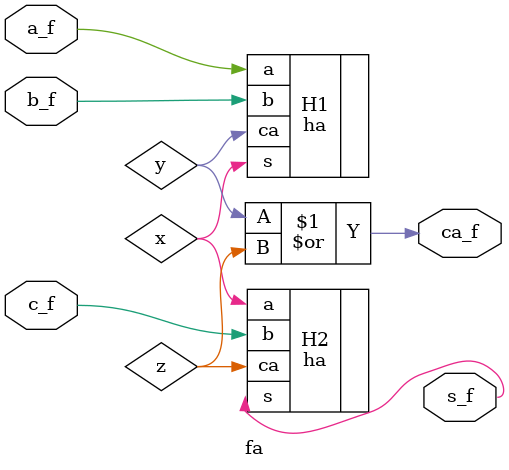
<source format=sv>
`include “ha.v”
module fa(a_f,b_f,c_f,s_f,ca_f);
input a_f,b_f,c_f;
output s_f,ca_f;
wire x,y,z;
ha H1(.a(a_f),.b(b_f),.s(x),.ca(y));
ha H2(.a(x),.b(c_f),.s(s_f),.ca(z));
or O1(ca_f,y,z);
endmodule


</source>
